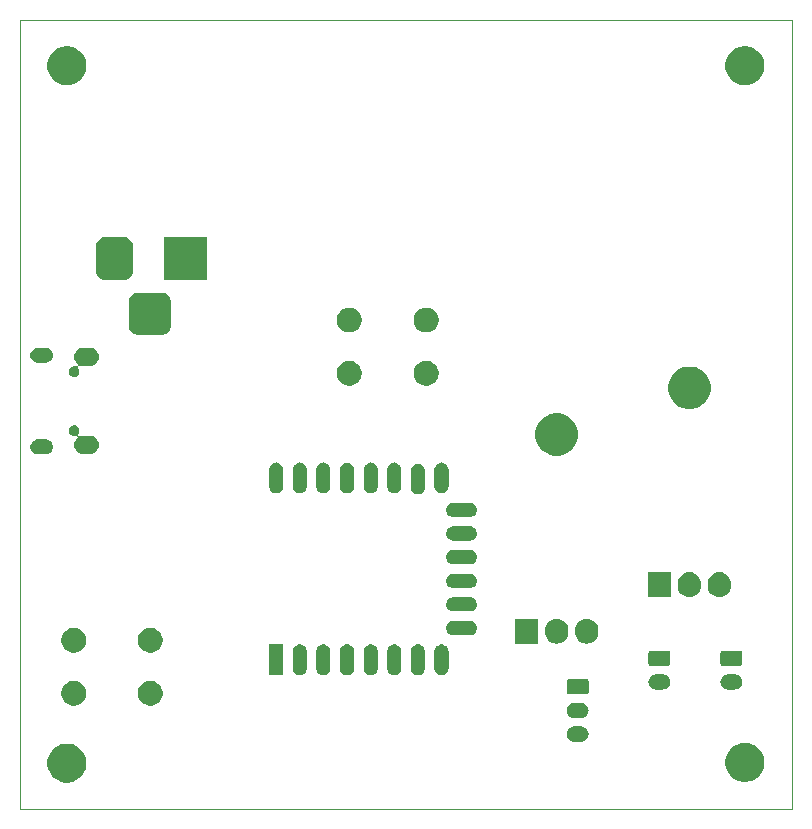
<source format=gbr>
%TF.GenerationSoftware,KiCad,Pcbnew,(5.1.5)-3*%
%TF.CreationDate,2020-09-10T16:10:12-05:00*%
%TF.ProjectId,UVLight,55564c69-6768-4742-9e6b-696361645f70,rev?*%
%TF.SameCoordinates,Original*%
%TF.FileFunction,Soldermask,Bot*%
%TF.FilePolarity,Negative*%
%FSLAX46Y46*%
G04 Gerber Fmt 4.6, Leading zero omitted, Abs format (unit mm)*
G04 Created by KiCad (PCBNEW (5.1.5)-3) date 2020-09-10 16:10:12*
%MOMM*%
%LPD*%
G04 APERTURE LIST*
%ADD10C,0.050000*%
%ADD11C,0.100000*%
G04 APERTURE END LIST*
D10*
X95885000Y-140462000D02*
X95885000Y-73660000D01*
X161290000Y-140462000D02*
X95885000Y-140462000D01*
X161290000Y-73660000D02*
X161290000Y-140462000D01*
X95885000Y-73660000D02*
X161290000Y-73660000D01*
D11*
G36*
X100260756Y-134979798D02*
G01*
X100367079Y-135000947D01*
X100667542Y-135125403D01*
X100937951Y-135306085D01*
X101167915Y-135536049D01*
X101348597Y-135806458D01*
X101473053Y-136106921D01*
X101536500Y-136425891D01*
X101536500Y-136751109D01*
X101473053Y-137070079D01*
X101348597Y-137370542D01*
X101167915Y-137640951D01*
X100937951Y-137870915D01*
X100667542Y-138051597D01*
X100367079Y-138176053D01*
X100260756Y-138197202D01*
X100048111Y-138239500D01*
X99722889Y-138239500D01*
X99510244Y-138197202D01*
X99403921Y-138176053D01*
X99103458Y-138051597D01*
X98833049Y-137870915D01*
X98603085Y-137640951D01*
X98422403Y-137370542D01*
X98297947Y-137070079D01*
X98234500Y-136751109D01*
X98234500Y-136425891D01*
X98297947Y-136106921D01*
X98422403Y-135806458D01*
X98603085Y-135536049D01*
X98833049Y-135306085D01*
X99103458Y-135125403D01*
X99403921Y-135000947D01*
X99510244Y-134979798D01*
X99722889Y-134937500D01*
X100048111Y-134937500D01*
X100260756Y-134979798D01*
G37*
G36*
X157664756Y-134916298D02*
G01*
X157771079Y-134937447D01*
X158071542Y-135061903D01*
X158341951Y-135242585D01*
X158571915Y-135472549D01*
X158752597Y-135742958D01*
X158877053Y-136043421D01*
X158940500Y-136362391D01*
X158940500Y-136687609D01*
X158877053Y-137006579D01*
X158752597Y-137307042D01*
X158571915Y-137577451D01*
X158341951Y-137807415D01*
X158071542Y-137988097D01*
X157771079Y-138112553D01*
X157664756Y-138133702D01*
X157452111Y-138176000D01*
X157126889Y-138176000D01*
X156914244Y-138133702D01*
X156807921Y-138112553D01*
X156507458Y-137988097D01*
X156237049Y-137807415D01*
X156007085Y-137577451D01*
X155826403Y-137307042D01*
X155701947Y-137006579D01*
X155638500Y-136687609D01*
X155638500Y-136362391D01*
X155701947Y-136043421D01*
X155826403Y-135742958D01*
X156007085Y-135472549D01*
X156237049Y-135242585D01*
X156507458Y-135061903D01*
X156807921Y-134937447D01*
X156914244Y-134916298D01*
X157126889Y-134874000D01*
X157452111Y-134874000D01*
X157664756Y-134916298D01*
G37*
G36*
X143467855Y-133464140D02*
G01*
X143531618Y-133470420D01*
X143622404Y-133497960D01*
X143654336Y-133507646D01*
X143767425Y-133568094D01*
X143866554Y-133649446D01*
X143947906Y-133748575D01*
X144008354Y-133861664D01*
X144008355Y-133861668D01*
X144045580Y-133984382D01*
X144058149Y-134112000D01*
X144045580Y-134239618D01*
X144018040Y-134330404D01*
X144008354Y-134362336D01*
X143947906Y-134475425D01*
X143866554Y-134574554D01*
X143767425Y-134655906D01*
X143654336Y-134716354D01*
X143622404Y-134726040D01*
X143531618Y-134753580D01*
X143467855Y-134759860D01*
X143435974Y-134763000D01*
X142822026Y-134763000D01*
X142790145Y-134759860D01*
X142726382Y-134753580D01*
X142635596Y-134726040D01*
X142603664Y-134716354D01*
X142490575Y-134655906D01*
X142391446Y-134574554D01*
X142310094Y-134475425D01*
X142249646Y-134362336D01*
X142239960Y-134330404D01*
X142212420Y-134239618D01*
X142199851Y-134112000D01*
X142212420Y-133984382D01*
X142249645Y-133861668D01*
X142249646Y-133861664D01*
X142310094Y-133748575D01*
X142391446Y-133649446D01*
X142490575Y-133568094D01*
X142603664Y-133507646D01*
X142635596Y-133497960D01*
X142726382Y-133470420D01*
X142790145Y-133464140D01*
X142822026Y-133461000D01*
X143435974Y-133461000D01*
X143467855Y-133464140D01*
G37*
G36*
X143467855Y-131464140D02*
G01*
X143531618Y-131470420D01*
X143622404Y-131497960D01*
X143654336Y-131507646D01*
X143767425Y-131568094D01*
X143866554Y-131649446D01*
X143947906Y-131748575D01*
X144008354Y-131861664D01*
X144008355Y-131861668D01*
X144045580Y-131984382D01*
X144058149Y-132112000D01*
X144045580Y-132239618D01*
X144018040Y-132330404D01*
X144008354Y-132362336D01*
X143947906Y-132475425D01*
X143866554Y-132574554D01*
X143767425Y-132655906D01*
X143654336Y-132716354D01*
X143622404Y-132726040D01*
X143531618Y-132753580D01*
X143467855Y-132759860D01*
X143435974Y-132763000D01*
X142822026Y-132763000D01*
X142790145Y-132759860D01*
X142726382Y-132753580D01*
X142635596Y-132726040D01*
X142603664Y-132716354D01*
X142490575Y-132655906D01*
X142391446Y-132574554D01*
X142310094Y-132475425D01*
X142249646Y-132362336D01*
X142239960Y-132330404D01*
X142212420Y-132239618D01*
X142199851Y-132112000D01*
X142212420Y-131984382D01*
X142249645Y-131861668D01*
X142249646Y-131861664D01*
X142310094Y-131748575D01*
X142391446Y-131649446D01*
X142490575Y-131568094D01*
X142603664Y-131507646D01*
X142635596Y-131497960D01*
X142726382Y-131470420D01*
X142790145Y-131464140D01*
X142822026Y-131461000D01*
X143435974Y-131461000D01*
X143467855Y-131464140D01*
G37*
G36*
X100763564Y-129663389D02*
G01*
X100929807Y-129732249D01*
X100954835Y-129742616D01*
X101126973Y-129857635D01*
X101273365Y-130004027D01*
X101388385Y-130176167D01*
X101467611Y-130367436D01*
X101508000Y-130570484D01*
X101508000Y-130777516D01*
X101467611Y-130980564D01*
X101388385Y-131171833D01*
X101388384Y-131171835D01*
X101273365Y-131343973D01*
X101126973Y-131490365D01*
X100954835Y-131605384D01*
X100954834Y-131605385D01*
X100954833Y-131605385D01*
X100763564Y-131684611D01*
X100560516Y-131725000D01*
X100353484Y-131725000D01*
X100150436Y-131684611D01*
X99959167Y-131605385D01*
X99959166Y-131605385D01*
X99959165Y-131605384D01*
X99787027Y-131490365D01*
X99640635Y-131343973D01*
X99525616Y-131171835D01*
X99525615Y-131171833D01*
X99446389Y-130980564D01*
X99406000Y-130777516D01*
X99406000Y-130570484D01*
X99446389Y-130367436D01*
X99525615Y-130176167D01*
X99640635Y-130004027D01*
X99787027Y-129857635D01*
X99959165Y-129742616D01*
X99984193Y-129732249D01*
X100150436Y-129663389D01*
X100353484Y-129623000D01*
X100560516Y-129623000D01*
X100763564Y-129663389D01*
G37*
G36*
X107263564Y-129663389D02*
G01*
X107429807Y-129732249D01*
X107454835Y-129742616D01*
X107626973Y-129857635D01*
X107773365Y-130004027D01*
X107888385Y-130176167D01*
X107967611Y-130367436D01*
X108008000Y-130570484D01*
X108008000Y-130777516D01*
X107967611Y-130980564D01*
X107888385Y-131171833D01*
X107888384Y-131171835D01*
X107773365Y-131343973D01*
X107626973Y-131490365D01*
X107454835Y-131605384D01*
X107454834Y-131605385D01*
X107454833Y-131605385D01*
X107263564Y-131684611D01*
X107060516Y-131725000D01*
X106853484Y-131725000D01*
X106650436Y-131684611D01*
X106459167Y-131605385D01*
X106459166Y-131605385D01*
X106459165Y-131605384D01*
X106287027Y-131490365D01*
X106140635Y-131343973D01*
X106025616Y-131171835D01*
X106025615Y-131171833D01*
X105946389Y-130980564D01*
X105906000Y-130777516D01*
X105906000Y-130570484D01*
X105946389Y-130367436D01*
X106025615Y-130176167D01*
X106140635Y-130004027D01*
X106287027Y-129857635D01*
X106459165Y-129742616D01*
X106484193Y-129732249D01*
X106650436Y-129663389D01*
X106853484Y-129623000D01*
X107060516Y-129623000D01*
X107263564Y-129663389D01*
G37*
G36*
X143895242Y-129465404D02*
G01*
X143932337Y-129476657D01*
X143966515Y-129494925D01*
X143996481Y-129519519D01*
X144021075Y-129549485D01*
X144039343Y-129583663D01*
X144050596Y-129620758D01*
X144055000Y-129665474D01*
X144055000Y-130558526D01*
X144050596Y-130603242D01*
X144039343Y-130640337D01*
X144021075Y-130674515D01*
X143996481Y-130704481D01*
X143966515Y-130729075D01*
X143932337Y-130747343D01*
X143895242Y-130758596D01*
X143850526Y-130763000D01*
X142407474Y-130763000D01*
X142362758Y-130758596D01*
X142325663Y-130747343D01*
X142291485Y-130729075D01*
X142261519Y-130704481D01*
X142236925Y-130674515D01*
X142218657Y-130640337D01*
X142207404Y-130603242D01*
X142203000Y-130558526D01*
X142203000Y-129665474D01*
X142207404Y-129620758D01*
X142218657Y-129583663D01*
X142236925Y-129549485D01*
X142261519Y-129519519D01*
X142291485Y-129494925D01*
X142325663Y-129476657D01*
X142362758Y-129465404D01*
X142407474Y-129461000D01*
X143850526Y-129461000D01*
X143895242Y-129465404D01*
G37*
G36*
X150389855Y-129050640D02*
G01*
X150453618Y-129056920D01*
X150544404Y-129084460D01*
X150576336Y-129094146D01*
X150689425Y-129154594D01*
X150788554Y-129235946D01*
X150869906Y-129335075D01*
X150930354Y-129448164D01*
X150935829Y-129466212D01*
X150967580Y-129570882D01*
X150980149Y-129698500D01*
X150967580Y-129826118D01*
X150958019Y-129857635D01*
X150930354Y-129948836D01*
X150869906Y-130061925D01*
X150788554Y-130161054D01*
X150689425Y-130242406D01*
X150576336Y-130302854D01*
X150544404Y-130312540D01*
X150453618Y-130340080D01*
X150389855Y-130346360D01*
X150357974Y-130349500D01*
X149744026Y-130349500D01*
X149712145Y-130346360D01*
X149648382Y-130340080D01*
X149557596Y-130312540D01*
X149525664Y-130302854D01*
X149412575Y-130242406D01*
X149313446Y-130161054D01*
X149232094Y-130061925D01*
X149171646Y-129948836D01*
X149143981Y-129857635D01*
X149134420Y-129826118D01*
X149121851Y-129698500D01*
X149134420Y-129570882D01*
X149166171Y-129466212D01*
X149171646Y-129448164D01*
X149232094Y-129335075D01*
X149313446Y-129235946D01*
X149412575Y-129154594D01*
X149525664Y-129094146D01*
X149557596Y-129084460D01*
X149648382Y-129056920D01*
X149712145Y-129050640D01*
X149744026Y-129047500D01*
X150357974Y-129047500D01*
X150389855Y-129050640D01*
G37*
G36*
X156485855Y-129050640D02*
G01*
X156549618Y-129056920D01*
X156640404Y-129084460D01*
X156672336Y-129094146D01*
X156785425Y-129154594D01*
X156884554Y-129235946D01*
X156965906Y-129335075D01*
X157026354Y-129448164D01*
X157031829Y-129466212D01*
X157063580Y-129570882D01*
X157076149Y-129698500D01*
X157063580Y-129826118D01*
X157054019Y-129857635D01*
X157026354Y-129948836D01*
X156965906Y-130061925D01*
X156884554Y-130161054D01*
X156785425Y-130242406D01*
X156672336Y-130302854D01*
X156640404Y-130312540D01*
X156549618Y-130340080D01*
X156485855Y-130346360D01*
X156453974Y-130349500D01*
X155840026Y-130349500D01*
X155808145Y-130346360D01*
X155744382Y-130340080D01*
X155653596Y-130312540D01*
X155621664Y-130302854D01*
X155508575Y-130242406D01*
X155409446Y-130161054D01*
X155328094Y-130061925D01*
X155267646Y-129948836D01*
X155239981Y-129857635D01*
X155230420Y-129826118D01*
X155217851Y-129698500D01*
X155230420Y-129570882D01*
X155262171Y-129466212D01*
X155267646Y-129448164D01*
X155328094Y-129335075D01*
X155409446Y-129235946D01*
X155508575Y-129154594D01*
X155621664Y-129094146D01*
X155653596Y-129084460D01*
X155744382Y-129056920D01*
X155808145Y-129050640D01*
X155840026Y-129047500D01*
X156453974Y-129047500D01*
X156485855Y-129050640D01*
G37*
G36*
X119719817Y-126534696D02*
G01*
X119833104Y-126569062D01*
X119937511Y-126624869D01*
X119937513Y-126624870D01*
X119937512Y-126624870D01*
X120029027Y-126699973D01*
X120092711Y-126777572D01*
X120104131Y-126791488D01*
X120159938Y-126895895D01*
X120194304Y-127009182D01*
X120203000Y-127097481D01*
X120203000Y-128556519D01*
X120194304Y-128644818D01*
X120159938Y-128758105D01*
X120104131Y-128862512D01*
X120029027Y-128954027D01*
X119937512Y-129029131D01*
X119833105Y-129084938D01*
X119719818Y-129119304D01*
X119602000Y-129130907D01*
X119484183Y-129119304D01*
X119370896Y-129084938D01*
X119266489Y-129029131D01*
X119174974Y-128954027D01*
X119099870Y-128862512D01*
X119044063Y-128758105D01*
X119009697Y-128644818D01*
X119001001Y-128556519D01*
X119001000Y-127097482D01*
X119009696Y-127009183D01*
X119044062Y-126895896D01*
X119099869Y-126791489D01*
X119113338Y-126775077D01*
X119174973Y-126699973D01*
X119266487Y-126624870D01*
X119266486Y-126624870D01*
X119266488Y-126624869D01*
X119370895Y-126569062D01*
X119484182Y-126534696D01*
X119602000Y-126523093D01*
X119719817Y-126534696D01*
G37*
G36*
X121719817Y-126534696D02*
G01*
X121833104Y-126569062D01*
X121937511Y-126624869D01*
X121937513Y-126624870D01*
X121937512Y-126624870D01*
X122029027Y-126699973D01*
X122092711Y-126777572D01*
X122104131Y-126791488D01*
X122159938Y-126895895D01*
X122194304Y-127009182D01*
X122203000Y-127097481D01*
X122203000Y-128556519D01*
X122194304Y-128644818D01*
X122159938Y-128758105D01*
X122104131Y-128862512D01*
X122029027Y-128954027D01*
X121937512Y-129029131D01*
X121833105Y-129084938D01*
X121719818Y-129119304D01*
X121602000Y-129130907D01*
X121484183Y-129119304D01*
X121370896Y-129084938D01*
X121266489Y-129029131D01*
X121174974Y-128954027D01*
X121099870Y-128862512D01*
X121044063Y-128758105D01*
X121009697Y-128644818D01*
X121001001Y-128556519D01*
X121001000Y-127097482D01*
X121009696Y-127009183D01*
X121044062Y-126895896D01*
X121099869Y-126791489D01*
X121113338Y-126775077D01*
X121174973Y-126699973D01*
X121266487Y-126624870D01*
X121266486Y-126624870D01*
X121266488Y-126624869D01*
X121370895Y-126569062D01*
X121484182Y-126534696D01*
X121602000Y-126523093D01*
X121719817Y-126534696D01*
G37*
G36*
X123719817Y-126534696D02*
G01*
X123833104Y-126569062D01*
X123937511Y-126624869D01*
X123937513Y-126624870D01*
X123937512Y-126624870D01*
X124029027Y-126699973D01*
X124092711Y-126777572D01*
X124104131Y-126791488D01*
X124159938Y-126895895D01*
X124194304Y-127009182D01*
X124203000Y-127097481D01*
X124203000Y-128556519D01*
X124194304Y-128644818D01*
X124159938Y-128758105D01*
X124104131Y-128862512D01*
X124029027Y-128954027D01*
X123937512Y-129029131D01*
X123833105Y-129084938D01*
X123719818Y-129119304D01*
X123602000Y-129130907D01*
X123484183Y-129119304D01*
X123370896Y-129084938D01*
X123266489Y-129029131D01*
X123174974Y-128954027D01*
X123099870Y-128862512D01*
X123044063Y-128758105D01*
X123009697Y-128644818D01*
X123001001Y-128556519D01*
X123001000Y-127097482D01*
X123009696Y-127009183D01*
X123044062Y-126895896D01*
X123099869Y-126791489D01*
X123113338Y-126775077D01*
X123174973Y-126699973D01*
X123266487Y-126624870D01*
X123266486Y-126624870D01*
X123266488Y-126624869D01*
X123370895Y-126569062D01*
X123484182Y-126534696D01*
X123602000Y-126523093D01*
X123719817Y-126534696D01*
G37*
G36*
X125719817Y-126534696D02*
G01*
X125833104Y-126569062D01*
X125937511Y-126624869D01*
X125937513Y-126624870D01*
X125937512Y-126624870D01*
X126029027Y-126699973D01*
X126092711Y-126777572D01*
X126104131Y-126791488D01*
X126159938Y-126895895D01*
X126194304Y-127009182D01*
X126203000Y-127097481D01*
X126203000Y-128556519D01*
X126194304Y-128644818D01*
X126159938Y-128758105D01*
X126104131Y-128862512D01*
X126029027Y-128954027D01*
X125937512Y-129029131D01*
X125833105Y-129084938D01*
X125719818Y-129119304D01*
X125602000Y-129130907D01*
X125484183Y-129119304D01*
X125370896Y-129084938D01*
X125266489Y-129029131D01*
X125174974Y-128954027D01*
X125099870Y-128862512D01*
X125044063Y-128758105D01*
X125009697Y-128644818D01*
X125001001Y-128556519D01*
X125001000Y-127097482D01*
X125009696Y-127009183D01*
X125044062Y-126895896D01*
X125099869Y-126791489D01*
X125113338Y-126775077D01*
X125174973Y-126699973D01*
X125266487Y-126624870D01*
X125266486Y-126624870D01*
X125266488Y-126624869D01*
X125370895Y-126569062D01*
X125484182Y-126534696D01*
X125602000Y-126523093D01*
X125719817Y-126534696D01*
G37*
G36*
X127719817Y-126534696D02*
G01*
X127833104Y-126569062D01*
X127937511Y-126624869D01*
X127937513Y-126624870D01*
X127937512Y-126624870D01*
X128029027Y-126699973D01*
X128092711Y-126777572D01*
X128104131Y-126791488D01*
X128159938Y-126895895D01*
X128194304Y-127009182D01*
X128203000Y-127097481D01*
X128203000Y-128556519D01*
X128194304Y-128644818D01*
X128159938Y-128758105D01*
X128104131Y-128862512D01*
X128029027Y-128954027D01*
X127937512Y-129029131D01*
X127833105Y-129084938D01*
X127719818Y-129119304D01*
X127602000Y-129130907D01*
X127484183Y-129119304D01*
X127370896Y-129084938D01*
X127266489Y-129029131D01*
X127174974Y-128954027D01*
X127099870Y-128862512D01*
X127044063Y-128758105D01*
X127009697Y-128644818D01*
X127001001Y-128556519D01*
X127001000Y-127097482D01*
X127009696Y-127009183D01*
X127044062Y-126895896D01*
X127099869Y-126791489D01*
X127113338Y-126775077D01*
X127174973Y-126699973D01*
X127266487Y-126624870D01*
X127266486Y-126624870D01*
X127266488Y-126624869D01*
X127370895Y-126569062D01*
X127484182Y-126534696D01*
X127602000Y-126523093D01*
X127719817Y-126534696D01*
G37*
G36*
X129719817Y-126534696D02*
G01*
X129833104Y-126569062D01*
X129937511Y-126624869D01*
X129937513Y-126624870D01*
X129937512Y-126624870D01*
X130029027Y-126699973D01*
X130092711Y-126777572D01*
X130104131Y-126791488D01*
X130159938Y-126895895D01*
X130194304Y-127009182D01*
X130203000Y-127097481D01*
X130203000Y-128556519D01*
X130194304Y-128644818D01*
X130159938Y-128758105D01*
X130104131Y-128862512D01*
X130029027Y-128954027D01*
X129937512Y-129029131D01*
X129833105Y-129084938D01*
X129719818Y-129119304D01*
X129602000Y-129130907D01*
X129484183Y-129119304D01*
X129370896Y-129084938D01*
X129266489Y-129029131D01*
X129174974Y-128954027D01*
X129099870Y-128862512D01*
X129044063Y-128758105D01*
X129009697Y-128644818D01*
X129001001Y-128556519D01*
X129001000Y-127097482D01*
X129009696Y-127009183D01*
X129044062Y-126895896D01*
X129099869Y-126791489D01*
X129113338Y-126775077D01*
X129174973Y-126699973D01*
X129266487Y-126624870D01*
X129266486Y-126624870D01*
X129266488Y-126624869D01*
X129370895Y-126569062D01*
X129484182Y-126534696D01*
X129602000Y-126523093D01*
X129719817Y-126534696D01*
G37*
G36*
X131719817Y-126534696D02*
G01*
X131833104Y-126569062D01*
X131937511Y-126624869D01*
X131937513Y-126624870D01*
X131937512Y-126624870D01*
X132029027Y-126699973D01*
X132092711Y-126777572D01*
X132104131Y-126791488D01*
X132159938Y-126895895D01*
X132194304Y-127009182D01*
X132203000Y-127097481D01*
X132203000Y-128556519D01*
X132194304Y-128644818D01*
X132159938Y-128758105D01*
X132104131Y-128862512D01*
X132029027Y-128954027D01*
X131937512Y-129029131D01*
X131833105Y-129084938D01*
X131719818Y-129119304D01*
X131602000Y-129130907D01*
X131484183Y-129119304D01*
X131370896Y-129084938D01*
X131266489Y-129029131D01*
X131174974Y-128954027D01*
X131099870Y-128862512D01*
X131044063Y-128758105D01*
X131009697Y-128644818D01*
X131001001Y-128556519D01*
X131001000Y-127097482D01*
X131009696Y-127009183D01*
X131044062Y-126895896D01*
X131099869Y-126791489D01*
X131113338Y-126775077D01*
X131174973Y-126699973D01*
X131266487Y-126624870D01*
X131266486Y-126624870D01*
X131266488Y-126624869D01*
X131370895Y-126569062D01*
X131484182Y-126534696D01*
X131602000Y-126523093D01*
X131719817Y-126534696D01*
G37*
G36*
X118203000Y-129128000D02*
G01*
X117001000Y-129128000D01*
X117001000Y-126526000D01*
X118203000Y-126526000D01*
X118203000Y-129128000D01*
G37*
G36*
X156913242Y-127051904D02*
G01*
X156950337Y-127063157D01*
X156984515Y-127081425D01*
X157014481Y-127106019D01*
X157039075Y-127135985D01*
X157057343Y-127170163D01*
X157068596Y-127207258D01*
X157073000Y-127251974D01*
X157073000Y-128145026D01*
X157068596Y-128189742D01*
X157057343Y-128226837D01*
X157039075Y-128261015D01*
X157014481Y-128290981D01*
X156984515Y-128315575D01*
X156950337Y-128333843D01*
X156913242Y-128345096D01*
X156868526Y-128349500D01*
X155425474Y-128349500D01*
X155380758Y-128345096D01*
X155343663Y-128333843D01*
X155309485Y-128315575D01*
X155279519Y-128290981D01*
X155254925Y-128261015D01*
X155236657Y-128226837D01*
X155225404Y-128189742D01*
X155221000Y-128145026D01*
X155221000Y-127251974D01*
X155225404Y-127207258D01*
X155236657Y-127170163D01*
X155254925Y-127135985D01*
X155279519Y-127106019D01*
X155309485Y-127081425D01*
X155343663Y-127063157D01*
X155380758Y-127051904D01*
X155425474Y-127047500D01*
X156868526Y-127047500D01*
X156913242Y-127051904D01*
G37*
G36*
X150817242Y-127051904D02*
G01*
X150854337Y-127063157D01*
X150888515Y-127081425D01*
X150918481Y-127106019D01*
X150943075Y-127135985D01*
X150961343Y-127170163D01*
X150972596Y-127207258D01*
X150977000Y-127251974D01*
X150977000Y-128145026D01*
X150972596Y-128189742D01*
X150961343Y-128226837D01*
X150943075Y-128261015D01*
X150918481Y-128290981D01*
X150888515Y-128315575D01*
X150854337Y-128333843D01*
X150817242Y-128345096D01*
X150772526Y-128349500D01*
X149329474Y-128349500D01*
X149284758Y-128345096D01*
X149247663Y-128333843D01*
X149213485Y-128315575D01*
X149183519Y-128290981D01*
X149158925Y-128261015D01*
X149140657Y-128226837D01*
X149129404Y-128189742D01*
X149125000Y-128145026D01*
X149125000Y-127251974D01*
X149129404Y-127207258D01*
X149140657Y-127170163D01*
X149158925Y-127135985D01*
X149183519Y-127106019D01*
X149213485Y-127081425D01*
X149247663Y-127063157D01*
X149284758Y-127051904D01*
X149329474Y-127047500D01*
X150772526Y-127047500D01*
X150817242Y-127051904D01*
G37*
G36*
X107263564Y-125163389D02*
G01*
X107454833Y-125242615D01*
X107454835Y-125242616D01*
X107626973Y-125357635D01*
X107773365Y-125504027D01*
X107875057Y-125656219D01*
X107888385Y-125676167D01*
X107967611Y-125867436D01*
X108008000Y-126070484D01*
X108008000Y-126277516D01*
X107967611Y-126480564D01*
X107888385Y-126671833D01*
X107888384Y-126671835D01*
X107773365Y-126843973D01*
X107626973Y-126990365D01*
X107454835Y-127105384D01*
X107454834Y-127105385D01*
X107454833Y-127105385D01*
X107263564Y-127184611D01*
X107060516Y-127225000D01*
X106853484Y-127225000D01*
X106650436Y-127184611D01*
X106459167Y-127105385D01*
X106459166Y-127105385D01*
X106459165Y-127105384D01*
X106287027Y-126990365D01*
X106140635Y-126843973D01*
X106025616Y-126671835D01*
X106025615Y-126671833D01*
X105946389Y-126480564D01*
X105906000Y-126277516D01*
X105906000Y-126070484D01*
X105946389Y-125867436D01*
X106025615Y-125676167D01*
X106038944Y-125656219D01*
X106140635Y-125504027D01*
X106287027Y-125357635D01*
X106459165Y-125242616D01*
X106459167Y-125242615D01*
X106650436Y-125163389D01*
X106853484Y-125123000D01*
X107060516Y-125123000D01*
X107263564Y-125163389D01*
G37*
G36*
X100763564Y-125163389D02*
G01*
X100954833Y-125242615D01*
X100954835Y-125242616D01*
X101126973Y-125357635D01*
X101273365Y-125504027D01*
X101375057Y-125656219D01*
X101388385Y-125676167D01*
X101467611Y-125867436D01*
X101508000Y-126070484D01*
X101508000Y-126277516D01*
X101467611Y-126480564D01*
X101388385Y-126671833D01*
X101388384Y-126671835D01*
X101273365Y-126843973D01*
X101126973Y-126990365D01*
X100954835Y-127105384D01*
X100954834Y-127105385D01*
X100954833Y-127105385D01*
X100763564Y-127184611D01*
X100560516Y-127225000D01*
X100353484Y-127225000D01*
X100150436Y-127184611D01*
X99959167Y-127105385D01*
X99959166Y-127105385D01*
X99959165Y-127105384D01*
X99787027Y-126990365D01*
X99640635Y-126843973D01*
X99525616Y-126671835D01*
X99525615Y-126671833D01*
X99446389Y-126480564D01*
X99406000Y-126277516D01*
X99406000Y-126070484D01*
X99446389Y-125867436D01*
X99525615Y-125676167D01*
X99538944Y-125656219D01*
X99640635Y-125504027D01*
X99787027Y-125357635D01*
X99959165Y-125242616D01*
X99959167Y-125242615D01*
X100150436Y-125163389D01*
X100353484Y-125123000D01*
X100560516Y-125123000D01*
X100763564Y-125163389D01*
G37*
G36*
X141547719Y-124375520D02*
G01*
X141736880Y-124432901D01*
X141736883Y-124432902D01*
X141829333Y-124482318D01*
X141911212Y-124526083D01*
X142064015Y-124651485D01*
X142189417Y-124804288D01*
X142282599Y-124978619D01*
X142339980Y-125167780D01*
X142354500Y-125315206D01*
X142354500Y-125508793D01*
X142339980Y-125656219D01*
X142317810Y-125729303D01*
X142282598Y-125845383D01*
X142270810Y-125867436D01*
X142189417Y-126019712D01*
X142064015Y-126172515D01*
X141911212Y-126297917D01*
X141736881Y-126391099D01*
X141547720Y-126448480D01*
X141351000Y-126467855D01*
X141154281Y-126448480D01*
X140965120Y-126391099D01*
X140790788Y-126297917D01*
X140637985Y-126172515D01*
X140512583Y-126019712D01*
X140419401Y-125845381D01*
X140362020Y-125656220D01*
X140347500Y-125508794D01*
X140347500Y-125315207D01*
X140362020Y-125167781D01*
X140419401Y-124978620D01*
X140419402Y-124978617D01*
X140468818Y-124886167D01*
X140512583Y-124804288D01*
X140637985Y-124651485D01*
X140790788Y-124526083D01*
X140965119Y-124432901D01*
X141154280Y-124375520D01*
X141351000Y-124356145D01*
X141547719Y-124375520D01*
G37*
G36*
X144087719Y-124375520D02*
G01*
X144276880Y-124432901D01*
X144276883Y-124432902D01*
X144369333Y-124482318D01*
X144451212Y-124526083D01*
X144604015Y-124651485D01*
X144729417Y-124804288D01*
X144822599Y-124978619D01*
X144879980Y-125167780D01*
X144894500Y-125315206D01*
X144894500Y-125508793D01*
X144879980Y-125656219D01*
X144857810Y-125729303D01*
X144822598Y-125845383D01*
X144810810Y-125867436D01*
X144729417Y-126019712D01*
X144604015Y-126172515D01*
X144451212Y-126297917D01*
X144276881Y-126391099D01*
X144087720Y-126448480D01*
X143891000Y-126467855D01*
X143694281Y-126448480D01*
X143505120Y-126391099D01*
X143330788Y-126297917D01*
X143177985Y-126172515D01*
X143052583Y-126019712D01*
X142959401Y-125845381D01*
X142902020Y-125656220D01*
X142887500Y-125508794D01*
X142887500Y-125315207D01*
X142902020Y-125167781D01*
X142959401Y-124978620D01*
X142959402Y-124978617D01*
X143008818Y-124886167D01*
X143052583Y-124804288D01*
X143177985Y-124651485D01*
X143330788Y-124526083D01*
X143505119Y-124432901D01*
X143694280Y-124375520D01*
X143891000Y-124356145D01*
X144087719Y-124375520D01*
G37*
G36*
X139814500Y-126463000D02*
G01*
X137807500Y-126463000D01*
X137807500Y-124361000D01*
X139814500Y-124361000D01*
X139814500Y-126463000D01*
G37*
G36*
X134119818Y-124544696D02*
G01*
X134233105Y-124579062D01*
X134337512Y-124634869D01*
X134429027Y-124709973D01*
X134504131Y-124801488D01*
X134559938Y-124905895D01*
X134594304Y-125019182D01*
X134605907Y-125137000D01*
X134594304Y-125254818D01*
X134559938Y-125368105D01*
X134504131Y-125472512D01*
X134429027Y-125564027D01*
X134337512Y-125639131D01*
X134233105Y-125694938D01*
X134119818Y-125729304D01*
X134031519Y-125738000D01*
X132572481Y-125738000D01*
X132484182Y-125729304D01*
X132370895Y-125694938D01*
X132266488Y-125639131D01*
X132174973Y-125564027D01*
X132099869Y-125472512D01*
X132044062Y-125368105D01*
X132009696Y-125254818D01*
X131998093Y-125137000D01*
X132009696Y-125019182D01*
X132044062Y-124905895D01*
X132099869Y-124801488D01*
X132174973Y-124709973D01*
X132266488Y-124634869D01*
X132370895Y-124579062D01*
X132484182Y-124544696D01*
X132572481Y-124536000D01*
X134031519Y-124536000D01*
X134119818Y-124544696D01*
G37*
G36*
X134119818Y-122544696D02*
G01*
X134233105Y-122579062D01*
X134337512Y-122634869D01*
X134429027Y-122709973D01*
X134504131Y-122801488D01*
X134559938Y-122905895D01*
X134594304Y-123019182D01*
X134605907Y-123137000D01*
X134594304Y-123254818D01*
X134559938Y-123368105D01*
X134504131Y-123472512D01*
X134429027Y-123564027D01*
X134337512Y-123639131D01*
X134233105Y-123694938D01*
X134119818Y-123729304D01*
X134031519Y-123738000D01*
X132572481Y-123738000D01*
X132484182Y-123729304D01*
X132370895Y-123694938D01*
X132266488Y-123639131D01*
X132174973Y-123564027D01*
X132099869Y-123472512D01*
X132044062Y-123368105D01*
X132009696Y-123254818D01*
X131998093Y-123137000D01*
X132009696Y-123019182D01*
X132044062Y-122905895D01*
X132099869Y-122801488D01*
X132174973Y-122709973D01*
X132266488Y-122634869D01*
X132370895Y-122579062D01*
X132484182Y-122544696D01*
X132572481Y-122536000D01*
X134031519Y-122536000D01*
X134119818Y-122544696D01*
G37*
G36*
X155326719Y-120439020D02*
G01*
X155515880Y-120496401D01*
X155515883Y-120496402D01*
X155589965Y-120536000D01*
X155690212Y-120589583D01*
X155843015Y-120714985D01*
X155968417Y-120867788D01*
X156061599Y-121042119D01*
X156118980Y-121231280D01*
X156133500Y-121378706D01*
X156133500Y-121572293D01*
X156118980Y-121719719D01*
X156061599Y-121908880D01*
X156061598Y-121908883D01*
X156012182Y-122001333D01*
X155968417Y-122083212D01*
X155843015Y-122236015D01*
X155690212Y-122361417D01*
X155515881Y-122454599D01*
X155326720Y-122511980D01*
X155130000Y-122531355D01*
X154933281Y-122511980D01*
X154744120Y-122454599D01*
X154569788Y-122361417D01*
X154416985Y-122236015D01*
X154291583Y-122083212D01*
X154198401Y-121908881D01*
X154141020Y-121719720D01*
X154126500Y-121572294D01*
X154126500Y-121378707D01*
X154141020Y-121231281D01*
X154198401Y-121042120D01*
X154198402Y-121042117D01*
X154247818Y-120949667D01*
X154291583Y-120867788D01*
X154416985Y-120714985D01*
X154569788Y-120589583D01*
X154744119Y-120496401D01*
X154933280Y-120439020D01*
X155130000Y-120419645D01*
X155326719Y-120439020D01*
G37*
G36*
X152786719Y-120439020D02*
G01*
X152975880Y-120496401D01*
X152975883Y-120496402D01*
X153049965Y-120536000D01*
X153150212Y-120589583D01*
X153303015Y-120714985D01*
X153428417Y-120867788D01*
X153521599Y-121042119D01*
X153578980Y-121231280D01*
X153593500Y-121378706D01*
X153593500Y-121572293D01*
X153578980Y-121719719D01*
X153521599Y-121908880D01*
X153521598Y-121908883D01*
X153472182Y-122001333D01*
X153428417Y-122083212D01*
X153303015Y-122236015D01*
X153150212Y-122361417D01*
X152975881Y-122454599D01*
X152786720Y-122511980D01*
X152590000Y-122531355D01*
X152393281Y-122511980D01*
X152204120Y-122454599D01*
X152029788Y-122361417D01*
X151876985Y-122236015D01*
X151751583Y-122083212D01*
X151658401Y-121908881D01*
X151601020Y-121719720D01*
X151586500Y-121572294D01*
X151586500Y-121378707D01*
X151601020Y-121231281D01*
X151658401Y-121042120D01*
X151658402Y-121042117D01*
X151707818Y-120949667D01*
X151751583Y-120867788D01*
X151876985Y-120714985D01*
X152029788Y-120589583D01*
X152204119Y-120496401D01*
X152393280Y-120439020D01*
X152590000Y-120419645D01*
X152786719Y-120439020D01*
G37*
G36*
X151053500Y-122526500D02*
G01*
X149046500Y-122526500D01*
X149046500Y-120424500D01*
X151053500Y-120424500D01*
X151053500Y-122526500D01*
G37*
G36*
X134119818Y-120544696D02*
G01*
X134233105Y-120579062D01*
X134337512Y-120634869D01*
X134429027Y-120709973D01*
X134504131Y-120801488D01*
X134559938Y-120905895D01*
X134594304Y-121019182D01*
X134605907Y-121137000D01*
X134594304Y-121254818D01*
X134559938Y-121368105D01*
X134504131Y-121472512D01*
X134429027Y-121564027D01*
X134337512Y-121639131D01*
X134233105Y-121694938D01*
X134119818Y-121729304D01*
X134031519Y-121738000D01*
X132572481Y-121738000D01*
X132484182Y-121729304D01*
X132370895Y-121694938D01*
X132266488Y-121639131D01*
X132174973Y-121564027D01*
X132099869Y-121472512D01*
X132044062Y-121368105D01*
X132009696Y-121254818D01*
X131998093Y-121137000D01*
X132009696Y-121019182D01*
X132044062Y-120905895D01*
X132099869Y-120801488D01*
X132174973Y-120709973D01*
X132266488Y-120634869D01*
X132370895Y-120579062D01*
X132484182Y-120544696D01*
X132572481Y-120536000D01*
X134031519Y-120536000D01*
X134119818Y-120544696D01*
G37*
G36*
X134119818Y-118544696D02*
G01*
X134233105Y-118579062D01*
X134337512Y-118634869D01*
X134429027Y-118709973D01*
X134504131Y-118801488D01*
X134559938Y-118905895D01*
X134594304Y-119019182D01*
X134605907Y-119137000D01*
X134594304Y-119254818D01*
X134559938Y-119368105D01*
X134504131Y-119472512D01*
X134429027Y-119564027D01*
X134337512Y-119639131D01*
X134233105Y-119694938D01*
X134119818Y-119729304D01*
X134031519Y-119738000D01*
X132572481Y-119738000D01*
X132484182Y-119729304D01*
X132370895Y-119694938D01*
X132266488Y-119639131D01*
X132174973Y-119564027D01*
X132099869Y-119472512D01*
X132044062Y-119368105D01*
X132009696Y-119254818D01*
X131998093Y-119137000D01*
X132009696Y-119019182D01*
X132044062Y-118905895D01*
X132099869Y-118801488D01*
X132174973Y-118709973D01*
X132266488Y-118634869D01*
X132370895Y-118579062D01*
X132484182Y-118544696D01*
X132572481Y-118536000D01*
X134031519Y-118536000D01*
X134119818Y-118544696D01*
G37*
G36*
X134119818Y-116544696D02*
G01*
X134233105Y-116579062D01*
X134337512Y-116634869D01*
X134429027Y-116709973D01*
X134504131Y-116801488D01*
X134559938Y-116905895D01*
X134594304Y-117019182D01*
X134605907Y-117137000D01*
X134594304Y-117254818D01*
X134559938Y-117368105D01*
X134504131Y-117472512D01*
X134429027Y-117564027D01*
X134337512Y-117639131D01*
X134233105Y-117694938D01*
X134119818Y-117729304D01*
X134031519Y-117738000D01*
X132572481Y-117738000D01*
X132484182Y-117729304D01*
X132370895Y-117694938D01*
X132266488Y-117639131D01*
X132174973Y-117564027D01*
X132099869Y-117472512D01*
X132044062Y-117368105D01*
X132009696Y-117254818D01*
X131998093Y-117137000D01*
X132009696Y-117019182D01*
X132044062Y-116905895D01*
X132099869Y-116801488D01*
X132174973Y-116709973D01*
X132266488Y-116634869D01*
X132370895Y-116579062D01*
X132484182Y-116544696D01*
X132572481Y-116536000D01*
X134031519Y-116536000D01*
X134119818Y-116544696D01*
G37*
G36*
X134119818Y-114544696D02*
G01*
X134233105Y-114579062D01*
X134337512Y-114634869D01*
X134429027Y-114709973D01*
X134504131Y-114801488D01*
X134559938Y-114905895D01*
X134594304Y-115019182D01*
X134605907Y-115137000D01*
X134594304Y-115254818D01*
X134559938Y-115368105D01*
X134504131Y-115472512D01*
X134429027Y-115564027D01*
X134337512Y-115639131D01*
X134233105Y-115694938D01*
X134119818Y-115729304D01*
X134031519Y-115738000D01*
X132572481Y-115738000D01*
X132484182Y-115729304D01*
X132370895Y-115694938D01*
X132266488Y-115639131D01*
X132174973Y-115564027D01*
X132099869Y-115472512D01*
X132044062Y-115368105D01*
X132009696Y-115254818D01*
X131998093Y-115137000D01*
X132009696Y-115019182D01*
X132044062Y-114905895D01*
X132099869Y-114801488D01*
X132174973Y-114709973D01*
X132266488Y-114634869D01*
X132370895Y-114579062D01*
X132484182Y-114544696D01*
X132572481Y-114536000D01*
X134031519Y-114536000D01*
X134119818Y-114544696D01*
G37*
G36*
X129719817Y-111234696D02*
G01*
X129833104Y-111269062D01*
X129937511Y-111324869D01*
X129937513Y-111324870D01*
X129937512Y-111324870D01*
X130029027Y-111399973D01*
X130092711Y-111477572D01*
X130104131Y-111491488D01*
X130159938Y-111595895D01*
X130194304Y-111709182D01*
X130203000Y-111797481D01*
X130203000Y-113256519D01*
X130194304Y-113344818D01*
X130159938Y-113458105D01*
X130104131Y-113562512D01*
X130029027Y-113654027D01*
X129937512Y-113729131D01*
X129833105Y-113784938D01*
X129719818Y-113819304D01*
X129602000Y-113830907D01*
X129484183Y-113819304D01*
X129370896Y-113784938D01*
X129266489Y-113729131D01*
X129174974Y-113654027D01*
X129099870Y-113562512D01*
X129044063Y-113458105D01*
X129009697Y-113344818D01*
X129001001Y-113256519D01*
X129001000Y-111797482D01*
X129009696Y-111709183D01*
X129044062Y-111595896D01*
X129099869Y-111491489D01*
X129113338Y-111475077D01*
X129174973Y-111399973D01*
X129266487Y-111324870D01*
X129266486Y-111324870D01*
X129266488Y-111324869D01*
X129370895Y-111269062D01*
X129484182Y-111234696D01*
X129602000Y-111223093D01*
X129719817Y-111234696D01*
G37*
G36*
X127719817Y-111134696D02*
G01*
X127833104Y-111169062D01*
X127937511Y-111224869D01*
X127953923Y-111238338D01*
X128029027Y-111299973D01*
X128049458Y-111324869D01*
X128104131Y-111391488D01*
X128159938Y-111495895D01*
X128194304Y-111609182D01*
X128203000Y-111697481D01*
X128203000Y-113156519D01*
X128194304Y-113244818D01*
X128159938Y-113358105D01*
X128104131Y-113462512D01*
X128029027Y-113554027D01*
X127937512Y-113629131D01*
X127833105Y-113684938D01*
X127719818Y-113719304D01*
X127602000Y-113730907D01*
X127484183Y-113719304D01*
X127370896Y-113684938D01*
X127266489Y-113629131D01*
X127174974Y-113554027D01*
X127099870Y-113462512D01*
X127044063Y-113358105D01*
X127009697Y-113244818D01*
X127001001Y-113156519D01*
X127001000Y-111697482D01*
X127009696Y-111609183D01*
X127044062Y-111495896D01*
X127099869Y-111391489D01*
X127154542Y-111324869D01*
X127174973Y-111299973D01*
X127266487Y-111224870D01*
X127266486Y-111224870D01*
X127266488Y-111224869D01*
X127370895Y-111169062D01*
X127484182Y-111134696D01*
X127602000Y-111123093D01*
X127719817Y-111134696D01*
G37*
G36*
X131719817Y-111134696D02*
G01*
X131833104Y-111169062D01*
X131937511Y-111224869D01*
X131953923Y-111238338D01*
X132029027Y-111299973D01*
X132049458Y-111324869D01*
X132104131Y-111391488D01*
X132159938Y-111495895D01*
X132194304Y-111609182D01*
X132203000Y-111697481D01*
X132203000Y-113156519D01*
X132194304Y-113244818D01*
X132159938Y-113358105D01*
X132104131Y-113462512D01*
X132029027Y-113554027D01*
X131937512Y-113629131D01*
X131833105Y-113684938D01*
X131719818Y-113719304D01*
X131602000Y-113730907D01*
X131484183Y-113719304D01*
X131370896Y-113684938D01*
X131266489Y-113629131D01*
X131174974Y-113554027D01*
X131099870Y-113462512D01*
X131044063Y-113358105D01*
X131009697Y-113244818D01*
X131001001Y-113156519D01*
X131001000Y-111697482D01*
X131009696Y-111609183D01*
X131044062Y-111495896D01*
X131099869Y-111391489D01*
X131154542Y-111324869D01*
X131174973Y-111299973D01*
X131266487Y-111224870D01*
X131266486Y-111224870D01*
X131266488Y-111224869D01*
X131370895Y-111169062D01*
X131484182Y-111134696D01*
X131602000Y-111123093D01*
X131719817Y-111134696D01*
G37*
G36*
X117719817Y-111134696D02*
G01*
X117833104Y-111169062D01*
X117937511Y-111224869D01*
X117953923Y-111238338D01*
X118029027Y-111299973D01*
X118049458Y-111324869D01*
X118104131Y-111391488D01*
X118159938Y-111495895D01*
X118194304Y-111609182D01*
X118203000Y-111697481D01*
X118203000Y-113156519D01*
X118194304Y-113244818D01*
X118159938Y-113358105D01*
X118104131Y-113462512D01*
X118029027Y-113554027D01*
X117937512Y-113629131D01*
X117833105Y-113684938D01*
X117719818Y-113719304D01*
X117602000Y-113730907D01*
X117484183Y-113719304D01*
X117370896Y-113684938D01*
X117266489Y-113629131D01*
X117174974Y-113554027D01*
X117099870Y-113462512D01*
X117044063Y-113358105D01*
X117009697Y-113244818D01*
X117001001Y-113156519D01*
X117001000Y-111697482D01*
X117009696Y-111609183D01*
X117044062Y-111495896D01*
X117099869Y-111391489D01*
X117154542Y-111324869D01*
X117174973Y-111299973D01*
X117266487Y-111224870D01*
X117266486Y-111224870D01*
X117266488Y-111224869D01*
X117370895Y-111169062D01*
X117484182Y-111134696D01*
X117602000Y-111123093D01*
X117719817Y-111134696D01*
G37*
G36*
X125719817Y-111134696D02*
G01*
X125833104Y-111169062D01*
X125937511Y-111224869D01*
X125953923Y-111238338D01*
X126029027Y-111299973D01*
X126049458Y-111324869D01*
X126104131Y-111391488D01*
X126159938Y-111495895D01*
X126194304Y-111609182D01*
X126203000Y-111697481D01*
X126203000Y-113156519D01*
X126194304Y-113244818D01*
X126159938Y-113358105D01*
X126104131Y-113462512D01*
X126029027Y-113554027D01*
X125937512Y-113629131D01*
X125833105Y-113684938D01*
X125719818Y-113719304D01*
X125602000Y-113730907D01*
X125484183Y-113719304D01*
X125370896Y-113684938D01*
X125266489Y-113629131D01*
X125174974Y-113554027D01*
X125099870Y-113462512D01*
X125044063Y-113358105D01*
X125009697Y-113244818D01*
X125001001Y-113156519D01*
X125001000Y-111697482D01*
X125009696Y-111609183D01*
X125044062Y-111495896D01*
X125099869Y-111391489D01*
X125154542Y-111324869D01*
X125174973Y-111299973D01*
X125266487Y-111224870D01*
X125266486Y-111224870D01*
X125266488Y-111224869D01*
X125370895Y-111169062D01*
X125484182Y-111134696D01*
X125602000Y-111123093D01*
X125719817Y-111134696D01*
G37*
G36*
X123719817Y-111134696D02*
G01*
X123833104Y-111169062D01*
X123937511Y-111224869D01*
X123953923Y-111238338D01*
X124029027Y-111299973D01*
X124049458Y-111324869D01*
X124104131Y-111391488D01*
X124159938Y-111495895D01*
X124194304Y-111609182D01*
X124203000Y-111697481D01*
X124203000Y-113156519D01*
X124194304Y-113244818D01*
X124159938Y-113358105D01*
X124104131Y-113462512D01*
X124029027Y-113554027D01*
X123937512Y-113629131D01*
X123833105Y-113684938D01*
X123719818Y-113719304D01*
X123602000Y-113730907D01*
X123484183Y-113719304D01*
X123370896Y-113684938D01*
X123266489Y-113629131D01*
X123174974Y-113554027D01*
X123099870Y-113462512D01*
X123044063Y-113358105D01*
X123009697Y-113244818D01*
X123001001Y-113156519D01*
X123001000Y-111697482D01*
X123009696Y-111609183D01*
X123044062Y-111495896D01*
X123099869Y-111391489D01*
X123154542Y-111324869D01*
X123174973Y-111299973D01*
X123266487Y-111224870D01*
X123266486Y-111224870D01*
X123266488Y-111224869D01*
X123370895Y-111169062D01*
X123484182Y-111134696D01*
X123602000Y-111123093D01*
X123719817Y-111134696D01*
G37*
G36*
X121719817Y-111134696D02*
G01*
X121833104Y-111169062D01*
X121937511Y-111224869D01*
X121953923Y-111238338D01*
X122029027Y-111299973D01*
X122049458Y-111324869D01*
X122104131Y-111391488D01*
X122159938Y-111495895D01*
X122194304Y-111609182D01*
X122203000Y-111697481D01*
X122203000Y-113156519D01*
X122194304Y-113244818D01*
X122159938Y-113358105D01*
X122104131Y-113462512D01*
X122029027Y-113554027D01*
X121937512Y-113629131D01*
X121833105Y-113684938D01*
X121719818Y-113719304D01*
X121602000Y-113730907D01*
X121484183Y-113719304D01*
X121370896Y-113684938D01*
X121266489Y-113629131D01*
X121174974Y-113554027D01*
X121099870Y-113462512D01*
X121044063Y-113358105D01*
X121009697Y-113244818D01*
X121001001Y-113156519D01*
X121001000Y-111697482D01*
X121009696Y-111609183D01*
X121044062Y-111495896D01*
X121099869Y-111391489D01*
X121154542Y-111324869D01*
X121174973Y-111299973D01*
X121266487Y-111224870D01*
X121266486Y-111224870D01*
X121266488Y-111224869D01*
X121370895Y-111169062D01*
X121484182Y-111134696D01*
X121602000Y-111123093D01*
X121719817Y-111134696D01*
G37*
G36*
X119719817Y-111134696D02*
G01*
X119833104Y-111169062D01*
X119937511Y-111224869D01*
X119953923Y-111238338D01*
X120029027Y-111299973D01*
X120049458Y-111324869D01*
X120104131Y-111391488D01*
X120159938Y-111495895D01*
X120194304Y-111609182D01*
X120203000Y-111697481D01*
X120203000Y-113156519D01*
X120194304Y-113244818D01*
X120159938Y-113358105D01*
X120104131Y-113462512D01*
X120029027Y-113554027D01*
X119937512Y-113629131D01*
X119833105Y-113684938D01*
X119719818Y-113719304D01*
X119602000Y-113730907D01*
X119484183Y-113719304D01*
X119370896Y-113684938D01*
X119266489Y-113629131D01*
X119174974Y-113554027D01*
X119099870Y-113462512D01*
X119044063Y-113358105D01*
X119009697Y-113244818D01*
X119001001Y-113156519D01*
X119001000Y-111697482D01*
X119009696Y-111609183D01*
X119044062Y-111495896D01*
X119099869Y-111391489D01*
X119154542Y-111324869D01*
X119174973Y-111299973D01*
X119266487Y-111224870D01*
X119266486Y-111224870D01*
X119266488Y-111224869D01*
X119370895Y-111169062D01*
X119484182Y-111134696D01*
X119602000Y-111123093D01*
X119719817Y-111134696D01*
G37*
G36*
X141876331Y-107020211D02*
G01*
X142204092Y-107155974D01*
X142499070Y-107353072D01*
X142749928Y-107603930D01*
X142947026Y-107898908D01*
X143082789Y-108226669D01*
X143152000Y-108574616D01*
X143152000Y-108929384D01*
X143082789Y-109277331D01*
X142947026Y-109605092D01*
X142749928Y-109900070D01*
X142499070Y-110150928D01*
X142204092Y-110348026D01*
X141876331Y-110483789D01*
X141528384Y-110553000D01*
X141173616Y-110553000D01*
X140825669Y-110483789D01*
X140497908Y-110348026D01*
X140202930Y-110150928D01*
X139952072Y-109900070D01*
X139754974Y-109605092D01*
X139619211Y-109277331D01*
X139550000Y-108929384D01*
X139550000Y-108574616D01*
X139619211Y-108226669D01*
X139754974Y-107898908D01*
X139952072Y-107603930D01*
X140202930Y-107353072D01*
X140497908Y-107155974D01*
X140825669Y-107020211D01*
X141173616Y-106951000D01*
X141528384Y-106951000D01*
X141876331Y-107020211D01*
G37*
G36*
X98192715Y-109176058D02*
G01*
X98288753Y-109205191D01*
X98303935Y-109209796D01*
X98310722Y-109211855D01*
X98419468Y-109269981D01*
X98514790Y-109348210D01*
X98593019Y-109443532D01*
X98651145Y-109552278D01*
X98686942Y-109670285D01*
X98699028Y-109793000D01*
X98686942Y-109915715D01*
X98651145Y-110033722D01*
X98593019Y-110142468D01*
X98514790Y-110237790D01*
X98419468Y-110316019D01*
X98310722Y-110374145D01*
X98192715Y-110409942D01*
X98100746Y-110419000D01*
X97389254Y-110419000D01*
X97297285Y-110409942D01*
X97179278Y-110374145D01*
X97070532Y-110316019D01*
X96975210Y-110237790D01*
X96896981Y-110142468D01*
X96838855Y-110033722D01*
X96803058Y-109915715D01*
X96790972Y-109793000D01*
X96803058Y-109670285D01*
X96838855Y-109552278D01*
X96896981Y-109443532D01*
X96975210Y-109348210D01*
X97070532Y-109269981D01*
X97179278Y-109211855D01*
X97186066Y-109209796D01*
X97201247Y-109205191D01*
X97297285Y-109176058D01*
X97389254Y-109167000D01*
X98100746Y-109167000D01*
X98192715Y-109176058D01*
G37*
G36*
X100626552Y-107984331D02*
G01*
X100708627Y-108018328D01*
X100708629Y-108018329D01*
X100745813Y-108043175D01*
X100782495Y-108067685D01*
X100845315Y-108130505D01*
X100894672Y-108204373D01*
X100928669Y-108286448D01*
X100946000Y-108373579D01*
X100946000Y-108462421D01*
X100928669Y-108549552D01*
X100894672Y-108631627D01*
X100845315Y-108705495D01*
X100829762Y-108721048D01*
X100814217Y-108739990D01*
X100802666Y-108761601D01*
X100795553Y-108785050D01*
X100793151Y-108809436D01*
X100795553Y-108833822D01*
X100802666Y-108857271D01*
X100814217Y-108878882D01*
X100829762Y-108897824D01*
X100848704Y-108913369D01*
X100870315Y-108924920D01*
X100893764Y-108932033D01*
X100918150Y-108934435D01*
X100942536Y-108932033D01*
X100965985Y-108924920D01*
X100969614Y-108923204D01*
X100971600Y-108922602D01*
X100971601Y-108922601D01*
X101015901Y-108909163D01*
X101117879Y-108878228D01*
X101231882Y-108867000D01*
X101858118Y-108867000D01*
X101972121Y-108878228D01*
X102118402Y-108922602D01*
X102253204Y-108994655D01*
X102253207Y-108994657D01*
X102253208Y-108994658D01*
X102338568Y-109064712D01*
X102371369Y-109091631D01*
X102468345Y-109209796D01*
X102540398Y-109344598D01*
X102584772Y-109490879D01*
X102599754Y-109643000D01*
X102584772Y-109795121D01*
X102540398Y-109941402D01*
X102468345Y-110076204D01*
X102468343Y-110076207D01*
X102468342Y-110076208D01*
X102407020Y-110150928D01*
X102371369Y-110194369D01*
X102253204Y-110291345D01*
X102118402Y-110363398D01*
X101972121Y-110407772D01*
X101858118Y-110419000D01*
X101231882Y-110419000D01*
X101117879Y-110407772D01*
X100971598Y-110363398D01*
X100836796Y-110291345D01*
X100718631Y-110194369D01*
X100682980Y-110150928D01*
X100621658Y-110076208D01*
X100621657Y-110076207D01*
X100621655Y-110076204D01*
X100549602Y-109941402D01*
X100505228Y-109795121D01*
X100490246Y-109643000D01*
X100505228Y-109490879D01*
X100549602Y-109344598D01*
X100621655Y-109209796D01*
X100718633Y-109091628D01*
X100751430Y-109064712D01*
X100768757Y-109047385D01*
X100782370Y-109027011D01*
X100791748Y-109004372D01*
X100796528Y-108980339D01*
X100796528Y-108955835D01*
X100791748Y-108931801D01*
X100782370Y-108909163D01*
X100768756Y-108888788D01*
X100751429Y-108871461D01*
X100731055Y-108857848D01*
X100708416Y-108848470D01*
X100684383Y-108843690D01*
X100659879Y-108843690D01*
X100635845Y-108848470D01*
X100627351Y-108851510D01*
X100539421Y-108869000D01*
X100450579Y-108869000D01*
X100363448Y-108851669D01*
X100281373Y-108817672D01*
X100281372Y-108817672D01*
X100281371Y-108817671D01*
X100207504Y-108768314D01*
X100144686Y-108705496D01*
X100095329Y-108631629D01*
X100095328Y-108631627D01*
X100061331Y-108549552D01*
X100044000Y-108462421D01*
X100044000Y-108373579D01*
X100061331Y-108286448D01*
X100095328Y-108204373D01*
X100144685Y-108130505D01*
X100207505Y-108067685D01*
X100244187Y-108043175D01*
X100281371Y-108018329D01*
X100281373Y-108018328D01*
X100363448Y-107984331D01*
X100450579Y-107967000D01*
X100539421Y-107967000D01*
X100626552Y-107984331D01*
G37*
G36*
X153115331Y-103083711D02*
G01*
X153443092Y-103219474D01*
X153738070Y-103416572D01*
X153988928Y-103667430D01*
X154186026Y-103962408D01*
X154321789Y-104290169D01*
X154391000Y-104638116D01*
X154391000Y-104992884D01*
X154321789Y-105340831D01*
X154186026Y-105668592D01*
X153988928Y-105963570D01*
X153738070Y-106214428D01*
X153443092Y-106411526D01*
X153115331Y-106547289D01*
X152767384Y-106616500D01*
X152412616Y-106616500D01*
X152064669Y-106547289D01*
X151736908Y-106411526D01*
X151441930Y-106214428D01*
X151191072Y-105963570D01*
X150993974Y-105668592D01*
X150858211Y-105340831D01*
X150789000Y-104992884D01*
X150789000Y-104638116D01*
X150858211Y-104290169D01*
X150993974Y-103962408D01*
X151191072Y-103667430D01*
X151441930Y-103416572D01*
X151736908Y-103219474D01*
X152064669Y-103083711D01*
X152412616Y-103014500D01*
X152767384Y-103014500D01*
X153115331Y-103083711D01*
G37*
G36*
X130608564Y-102557389D02*
G01*
X130774708Y-102626208D01*
X130799835Y-102636616D01*
X130971973Y-102751635D01*
X131118365Y-102898027D01*
X131231728Y-103067686D01*
X131233385Y-103070167D01*
X131312611Y-103261436D01*
X131353000Y-103464484D01*
X131353000Y-103671516D01*
X131312611Y-103874564D01*
X131276225Y-103962407D01*
X131233384Y-104065835D01*
X131118365Y-104237973D01*
X130971973Y-104384365D01*
X130799835Y-104499384D01*
X130799834Y-104499385D01*
X130799833Y-104499385D01*
X130608564Y-104578611D01*
X130405516Y-104619000D01*
X130198484Y-104619000D01*
X129995436Y-104578611D01*
X129804167Y-104499385D01*
X129804166Y-104499385D01*
X129804165Y-104499384D01*
X129632027Y-104384365D01*
X129485635Y-104237973D01*
X129370616Y-104065835D01*
X129327775Y-103962407D01*
X129291389Y-103874564D01*
X129251000Y-103671516D01*
X129251000Y-103464484D01*
X129291389Y-103261436D01*
X129370615Y-103070167D01*
X129372273Y-103067686D01*
X129485635Y-102898027D01*
X129632027Y-102751635D01*
X129804165Y-102636616D01*
X129829292Y-102626208D01*
X129995436Y-102557389D01*
X130198484Y-102517000D01*
X130405516Y-102517000D01*
X130608564Y-102557389D01*
G37*
G36*
X124108564Y-102557389D02*
G01*
X124274708Y-102626208D01*
X124299835Y-102636616D01*
X124471973Y-102751635D01*
X124618365Y-102898027D01*
X124731728Y-103067686D01*
X124733385Y-103070167D01*
X124812611Y-103261436D01*
X124853000Y-103464484D01*
X124853000Y-103671516D01*
X124812611Y-103874564D01*
X124776225Y-103962407D01*
X124733384Y-104065835D01*
X124618365Y-104237973D01*
X124471973Y-104384365D01*
X124299835Y-104499384D01*
X124299834Y-104499385D01*
X124299833Y-104499385D01*
X124108564Y-104578611D01*
X123905516Y-104619000D01*
X123698484Y-104619000D01*
X123495436Y-104578611D01*
X123304167Y-104499385D01*
X123304166Y-104499385D01*
X123304165Y-104499384D01*
X123132027Y-104384365D01*
X122985635Y-104237973D01*
X122870616Y-104065835D01*
X122827775Y-103962407D01*
X122791389Y-103874564D01*
X122751000Y-103671516D01*
X122751000Y-103464484D01*
X122791389Y-103261436D01*
X122870615Y-103070167D01*
X122872273Y-103067686D01*
X122985635Y-102898027D01*
X123132027Y-102751635D01*
X123304165Y-102636616D01*
X123329292Y-102626208D01*
X123495436Y-102557389D01*
X123698484Y-102517000D01*
X123905516Y-102517000D01*
X124108564Y-102557389D01*
G37*
G36*
X101972121Y-101428228D02*
G01*
X102118402Y-101472602D01*
X102253204Y-101544655D01*
X102253207Y-101544657D01*
X102253208Y-101544658D01*
X102371369Y-101641631D01*
X102413963Y-101693531D01*
X102468345Y-101759796D01*
X102540398Y-101894598D01*
X102584772Y-102040879D01*
X102599754Y-102193000D01*
X102584772Y-102345121D01*
X102540398Y-102491402D01*
X102468345Y-102626204D01*
X102468343Y-102626207D01*
X102468342Y-102626208D01*
X102371369Y-102744369D01*
X102279116Y-102820080D01*
X102253204Y-102841345D01*
X102118402Y-102913398D01*
X101972121Y-102957772D01*
X101858118Y-102969000D01*
X101231882Y-102969000D01*
X101117879Y-102957772D01*
X100965664Y-102911598D01*
X100954439Y-102906948D01*
X100930405Y-102902167D01*
X100905901Y-102902167D01*
X100881868Y-102906946D01*
X100859229Y-102916323D01*
X100838854Y-102929936D01*
X100821527Y-102947263D01*
X100807912Y-102967637D01*
X100798534Y-102990275D01*
X100793753Y-103014309D01*
X100793753Y-103038813D01*
X100798532Y-103062846D01*
X100807909Y-103085485D01*
X100821522Y-103105860D01*
X100829762Y-103114952D01*
X100845315Y-103130505D01*
X100894672Y-103204373D01*
X100928669Y-103286448D01*
X100946000Y-103373579D01*
X100946000Y-103462421D01*
X100928669Y-103549552D01*
X100894672Y-103631627D01*
X100894671Y-103631629D01*
X100845314Y-103705496D01*
X100782496Y-103768314D01*
X100708629Y-103817671D01*
X100708628Y-103817672D01*
X100708627Y-103817672D01*
X100626552Y-103851669D01*
X100539421Y-103869000D01*
X100450579Y-103869000D01*
X100363448Y-103851669D01*
X100281373Y-103817672D01*
X100281372Y-103817672D01*
X100281371Y-103817671D01*
X100207504Y-103768314D01*
X100144686Y-103705496D01*
X100095329Y-103631629D01*
X100095328Y-103631627D01*
X100061331Y-103549552D01*
X100044000Y-103462421D01*
X100044000Y-103373579D01*
X100061331Y-103286448D01*
X100095328Y-103204373D01*
X100144685Y-103130505D01*
X100207505Y-103067685D01*
X100250715Y-103038813D01*
X100281371Y-103018329D01*
X100281373Y-103018328D01*
X100363448Y-102984331D01*
X100450579Y-102967000D01*
X100539421Y-102967000D01*
X100628946Y-102984807D01*
X100647743Y-102990510D01*
X100672129Y-102992912D01*
X100696515Y-102990511D01*
X100719964Y-102983398D01*
X100741575Y-102971847D01*
X100760517Y-102956302D01*
X100776063Y-102937361D01*
X100787614Y-102915750D01*
X100794728Y-102892301D01*
X100797130Y-102867915D01*
X100794729Y-102843529D01*
X100787616Y-102820080D01*
X100776065Y-102798469D01*
X100760520Y-102779527D01*
X100751430Y-102771288D01*
X100718633Y-102744372D01*
X100621655Y-102626204D01*
X100549602Y-102491402D01*
X100505228Y-102345121D01*
X100490246Y-102193000D01*
X100505228Y-102040879D01*
X100549602Y-101894598D01*
X100621655Y-101759796D01*
X100676038Y-101693531D01*
X100718631Y-101641631D01*
X100836792Y-101544658D01*
X100836793Y-101544657D01*
X100836796Y-101544655D01*
X100971598Y-101472602D01*
X101117879Y-101428228D01*
X101231882Y-101417000D01*
X101858118Y-101417000D01*
X101972121Y-101428228D01*
G37*
G36*
X98192715Y-101426058D02*
G01*
X98310722Y-101461855D01*
X98419468Y-101519981D01*
X98514790Y-101598210D01*
X98593019Y-101693532D01*
X98651145Y-101802278D01*
X98686942Y-101920285D01*
X98699028Y-102043000D01*
X98686942Y-102165715D01*
X98651145Y-102283722D01*
X98593019Y-102392468D01*
X98514790Y-102487790D01*
X98419468Y-102566019D01*
X98310722Y-102624145D01*
X98310719Y-102624146D01*
X98303921Y-102626208D01*
X98192715Y-102659942D01*
X98100746Y-102669000D01*
X97389254Y-102669000D01*
X97297285Y-102659942D01*
X97186079Y-102626208D01*
X97179281Y-102624146D01*
X97179278Y-102624145D01*
X97070532Y-102566019D01*
X96975210Y-102487790D01*
X96896981Y-102392468D01*
X96838855Y-102283722D01*
X96803058Y-102165715D01*
X96790972Y-102043000D01*
X96803058Y-101920285D01*
X96838855Y-101802278D01*
X96896981Y-101693532D01*
X96975210Y-101598210D01*
X97070532Y-101519981D01*
X97179278Y-101461855D01*
X97297285Y-101426058D01*
X97389254Y-101417000D01*
X98100746Y-101417000D01*
X98192715Y-101426058D01*
G37*
G36*
X108044866Y-96768695D02*
G01*
X108201960Y-96816349D01*
X108346731Y-96893731D01*
X108473628Y-96997872D01*
X108577769Y-97124769D01*
X108655151Y-97269540D01*
X108702805Y-97426634D01*
X108719500Y-97596140D01*
X108719500Y-99509860D01*
X108702805Y-99679366D01*
X108655151Y-99836460D01*
X108577769Y-99981231D01*
X108473628Y-100108128D01*
X108346731Y-100212269D01*
X108201960Y-100289651D01*
X108044866Y-100337305D01*
X107875360Y-100354000D01*
X105961640Y-100354000D01*
X105792134Y-100337305D01*
X105635040Y-100289651D01*
X105490269Y-100212269D01*
X105363372Y-100108128D01*
X105259231Y-99981231D01*
X105181849Y-99836460D01*
X105134195Y-99679366D01*
X105117500Y-99509860D01*
X105117500Y-97596140D01*
X105134195Y-97426634D01*
X105181849Y-97269540D01*
X105259231Y-97124769D01*
X105363372Y-96997872D01*
X105490269Y-96893731D01*
X105635040Y-96816349D01*
X105792134Y-96768695D01*
X105961640Y-96752000D01*
X107875360Y-96752000D01*
X108044866Y-96768695D01*
G37*
G36*
X124108564Y-98057389D02*
G01*
X124299833Y-98136615D01*
X124299835Y-98136616D01*
X124471973Y-98251635D01*
X124618365Y-98398027D01*
X124733385Y-98570167D01*
X124812611Y-98761436D01*
X124853000Y-98964484D01*
X124853000Y-99171516D01*
X124812611Y-99374564D01*
X124733385Y-99565833D01*
X124733384Y-99565835D01*
X124618365Y-99737973D01*
X124471973Y-99884365D01*
X124299835Y-99999384D01*
X124299834Y-99999385D01*
X124299833Y-99999385D01*
X124108564Y-100078611D01*
X123905516Y-100119000D01*
X123698484Y-100119000D01*
X123495436Y-100078611D01*
X123304167Y-99999385D01*
X123304166Y-99999385D01*
X123304165Y-99999384D01*
X123132027Y-99884365D01*
X122985635Y-99737973D01*
X122870616Y-99565835D01*
X122870615Y-99565833D01*
X122791389Y-99374564D01*
X122751000Y-99171516D01*
X122751000Y-98964484D01*
X122791389Y-98761436D01*
X122870615Y-98570167D01*
X122985635Y-98398027D01*
X123132027Y-98251635D01*
X123304165Y-98136616D01*
X123304167Y-98136615D01*
X123495436Y-98057389D01*
X123698484Y-98017000D01*
X123905516Y-98017000D01*
X124108564Y-98057389D01*
G37*
G36*
X130608564Y-98057389D02*
G01*
X130799833Y-98136615D01*
X130799835Y-98136616D01*
X130971973Y-98251635D01*
X131118365Y-98398027D01*
X131233385Y-98570167D01*
X131312611Y-98761436D01*
X131353000Y-98964484D01*
X131353000Y-99171516D01*
X131312611Y-99374564D01*
X131233385Y-99565833D01*
X131233384Y-99565835D01*
X131118365Y-99737973D01*
X130971973Y-99884365D01*
X130799835Y-99999384D01*
X130799834Y-99999385D01*
X130799833Y-99999385D01*
X130608564Y-100078611D01*
X130405516Y-100119000D01*
X130198484Y-100119000D01*
X129995436Y-100078611D01*
X129804167Y-99999385D01*
X129804166Y-99999385D01*
X129804165Y-99999384D01*
X129632027Y-99884365D01*
X129485635Y-99737973D01*
X129370616Y-99565835D01*
X129370615Y-99565833D01*
X129291389Y-99374564D01*
X129251000Y-99171516D01*
X129251000Y-98964484D01*
X129291389Y-98761436D01*
X129370615Y-98570167D01*
X129485635Y-98398027D01*
X129632027Y-98251635D01*
X129804165Y-98136616D01*
X129804167Y-98136615D01*
X129995436Y-98057389D01*
X130198484Y-98017000D01*
X130405516Y-98017000D01*
X130608564Y-98057389D01*
G37*
G36*
X111719500Y-95654000D02*
G01*
X108117500Y-95654000D01*
X108117500Y-92052000D01*
X111719500Y-92052000D01*
X111719500Y-95654000D01*
G37*
G36*
X104895479Y-92066293D02*
G01*
X105029125Y-92106834D01*
X105152284Y-92172664D01*
X105260240Y-92261260D01*
X105348836Y-92369216D01*
X105414666Y-92492375D01*
X105455207Y-92626021D01*
X105469500Y-92771140D01*
X105469500Y-94934860D01*
X105455207Y-95079979D01*
X105414666Y-95213625D01*
X105348836Y-95336784D01*
X105260240Y-95444740D01*
X105152284Y-95533336D01*
X105029125Y-95599166D01*
X104895479Y-95639707D01*
X104750360Y-95654000D01*
X103086640Y-95654000D01*
X102941521Y-95639707D01*
X102807875Y-95599166D01*
X102684716Y-95533336D01*
X102576760Y-95444740D01*
X102488164Y-95336784D01*
X102422334Y-95213625D01*
X102381793Y-95079979D01*
X102367500Y-94934860D01*
X102367500Y-92771140D01*
X102381793Y-92626021D01*
X102422334Y-92492375D01*
X102488164Y-92369216D01*
X102576760Y-92261260D01*
X102684716Y-92172664D01*
X102807875Y-92106834D01*
X102941521Y-92066293D01*
X103086640Y-92052000D01*
X104750360Y-92052000D01*
X104895479Y-92066293D01*
G37*
G36*
X100260756Y-75924798D02*
G01*
X100367079Y-75945947D01*
X100667542Y-76070403D01*
X100937951Y-76251085D01*
X101167915Y-76481049D01*
X101348597Y-76751458D01*
X101473053Y-77051921D01*
X101536500Y-77370891D01*
X101536500Y-77696109D01*
X101473053Y-78015079D01*
X101348597Y-78315542D01*
X101167915Y-78585951D01*
X100937951Y-78815915D01*
X100667542Y-78996597D01*
X100367079Y-79121053D01*
X100260756Y-79142202D01*
X100048111Y-79184500D01*
X99722889Y-79184500D01*
X99510244Y-79142202D01*
X99403921Y-79121053D01*
X99103458Y-78996597D01*
X98833049Y-78815915D01*
X98603085Y-78585951D01*
X98422403Y-78315542D01*
X98297947Y-78015079D01*
X98234500Y-77696109D01*
X98234500Y-77370891D01*
X98297947Y-77051921D01*
X98422403Y-76751458D01*
X98603085Y-76481049D01*
X98833049Y-76251085D01*
X99103458Y-76070403D01*
X99403921Y-75945947D01*
X99510244Y-75924798D01*
X99722889Y-75882500D01*
X100048111Y-75882500D01*
X100260756Y-75924798D01*
G37*
G36*
X157664756Y-75924798D02*
G01*
X157771079Y-75945947D01*
X158071542Y-76070403D01*
X158341951Y-76251085D01*
X158571915Y-76481049D01*
X158752597Y-76751458D01*
X158877053Y-77051921D01*
X158940500Y-77370891D01*
X158940500Y-77696109D01*
X158877053Y-78015079D01*
X158752597Y-78315542D01*
X158571915Y-78585951D01*
X158341951Y-78815915D01*
X158071542Y-78996597D01*
X157771079Y-79121053D01*
X157664756Y-79142202D01*
X157452111Y-79184500D01*
X157126889Y-79184500D01*
X156914244Y-79142202D01*
X156807921Y-79121053D01*
X156507458Y-78996597D01*
X156237049Y-78815915D01*
X156007085Y-78585951D01*
X155826403Y-78315542D01*
X155701947Y-78015079D01*
X155638500Y-77696109D01*
X155638500Y-77370891D01*
X155701947Y-77051921D01*
X155826403Y-76751458D01*
X156007085Y-76481049D01*
X156237049Y-76251085D01*
X156507458Y-76070403D01*
X156807921Y-75945947D01*
X156914244Y-75924798D01*
X157126889Y-75882500D01*
X157452111Y-75882500D01*
X157664756Y-75924798D01*
G37*
M02*

</source>
